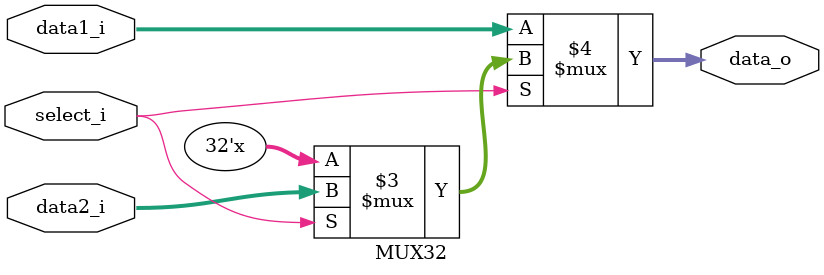
<source format=v>
module MUX32
(
    data1_i, 
    data2_i,
    select_i,
    data_o
);

// Ports
input  [31:0] data1_i, data2_i;
input         select_i;
output [31:0] data_o;
 
// 0 for first; 1 for second
assign data_o = (select_i == 1'b0) ? data1_i :
                (select_i == 1'b1) ? data2_i : 32'bx;

endmodule
</source>
